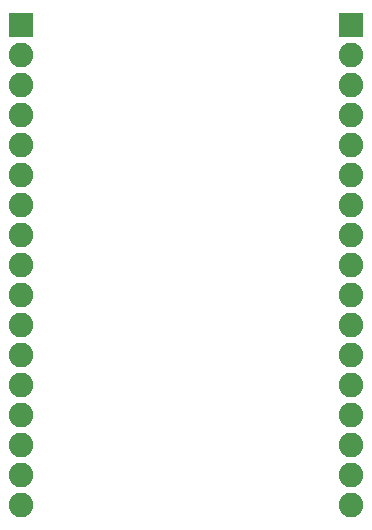
<source format=gbr>
G04 EAGLE Gerber RS-274X export*
G75*
%MOMM*%
%FSLAX34Y34*%
%LPD*%
%INSoldermask Bottom*%
%IPPOS*%
%AMOC8*
5,1,8,0,0,1.08239X$1,22.5*%
G01*
%ADD10R,2.082800X2.082800*%
%ADD11C,2.082800*%


D10*
X12700Y421800D03*
D11*
X12700Y396400D03*
X12700Y371000D03*
X12700Y345600D03*
X12700Y320200D03*
X12700Y294800D03*
X12700Y269400D03*
X12700Y244000D03*
X12700Y218600D03*
X12700Y193200D03*
X12700Y167800D03*
X12700Y142400D03*
X12700Y117000D03*
X12700Y91600D03*
X12700Y66200D03*
X12700Y40800D03*
X12700Y15400D03*
D10*
X292100Y421800D03*
D11*
X292100Y396400D03*
X292100Y371000D03*
X292100Y345600D03*
X292100Y320200D03*
X292100Y294800D03*
X292100Y269400D03*
X292100Y244000D03*
X292100Y218600D03*
X292100Y193200D03*
X292100Y167800D03*
X292100Y142400D03*
X292100Y117000D03*
X292100Y91600D03*
X292100Y66200D03*
X292100Y40800D03*
X292100Y15400D03*
M02*

</source>
